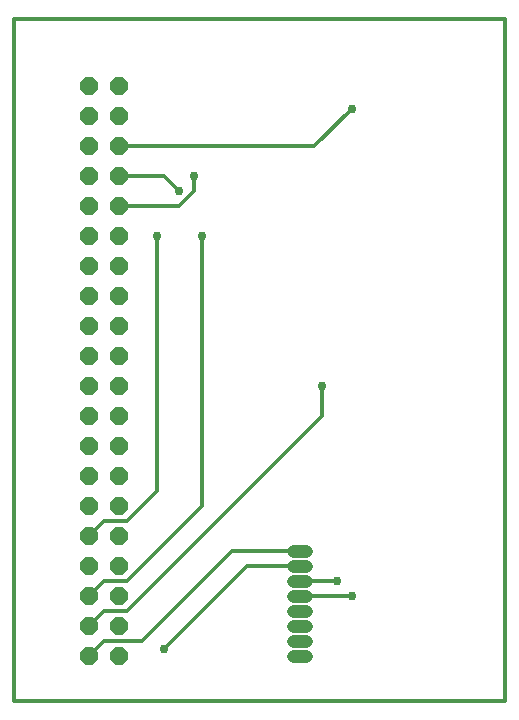
<source format=gbl>
G04 EAGLE Gerber RS-274X export*
G75*
%MOMM*%
%FSLAX34Y34*%
%LPD*%
%INBottom Layer*%
%IPPOS*%
%AMOC8*
5,1,8,0,0,1.08239X$1,22.5*%
G01*
%ADD10C,0.304800*%
%ADD11C,1.108000*%
%ADD12P,1.649562X8X292.500000*%
%ADD13C,0.756400*%


D10*
X-19050Y0D02*
X396750Y0D01*
X396750Y577750D01*
X-19050Y577750D01*
X-19050Y0D01*
D11*
X216710Y127000D02*
X227790Y127000D01*
X227790Y114300D02*
X216710Y114300D01*
X216710Y101600D02*
X227790Y101600D01*
X227790Y88900D02*
X216710Y88900D01*
X216710Y76200D02*
X227790Y76200D01*
X227790Y63500D02*
X216710Y63500D01*
X216710Y50800D02*
X227790Y50800D01*
X227790Y38100D02*
X216710Y38100D01*
D12*
X44450Y520700D03*
X69850Y520700D03*
X44450Y495300D03*
X69850Y495300D03*
X44450Y469900D03*
X69850Y469900D03*
X44450Y444500D03*
X69850Y444500D03*
X44450Y419100D03*
X69850Y419100D03*
X44450Y393700D03*
X69850Y393700D03*
X44450Y368300D03*
X69850Y368300D03*
X44450Y342900D03*
X69850Y342900D03*
X44450Y317500D03*
X69850Y317500D03*
X44450Y292100D03*
X69850Y292100D03*
X44450Y266700D03*
X69850Y266700D03*
X44450Y241300D03*
X69850Y241300D03*
X44450Y215900D03*
X69850Y215900D03*
X44450Y190500D03*
X69850Y190500D03*
X44450Y165100D03*
X69850Y165100D03*
X44450Y139700D03*
X69850Y139700D03*
X44450Y114300D03*
X69850Y114300D03*
X44450Y88900D03*
X69850Y88900D03*
X44450Y63500D03*
X69850Y63500D03*
X44450Y38100D03*
X69850Y38100D03*
D13*
X107950Y44450D03*
D10*
X177800Y114300D01*
X222250Y114300D01*
D13*
X266700Y501650D03*
D10*
X234950Y469900D02*
X69850Y469900D01*
X234950Y469900D02*
X266700Y501650D01*
X57150Y50800D02*
X44450Y38100D01*
X57150Y50800D02*
X88900Y50800D01*
X165100Y127000D01*
X222250Y127000D01*
X76200Y76200D02*
X57150Y76200D01*
X76200Y76200D02*
X241300Y241300D01*
X241300Y266700D01*
D13*
X241300Y266700D03*
D10*
X57150Y76200D02*
X44450Y63500D01*
X44450Y88900D02*
X57150Y101600D01*
X76200Y101600D01*
X139700Y165100D01*
X139700Y393700D01*
D13*
X139700Y393700D03*
X120650Y431800D03*
D10*
X107950Y444500D01*
X69850Y444500D01*
X69850Y419100D02*
X120650Y419100D01*
X133350Y431800D01*
X133350Y444500D01*
D13*
X133350Y444500D03*
D10*
X101600Y177800D02*
X76200Y152400D01*
X57150Y152400D01*
X44450Y139700D01*
D13*
X101600Y393700D03*
D10*
X101600Y177800D01*
X222250Y101600D02*
X254000Y101600D01*
D13*
X254000Y101600D03*
X266700Y88900D03*
D10*
X222250Y88900D01*
M02*

</source>
